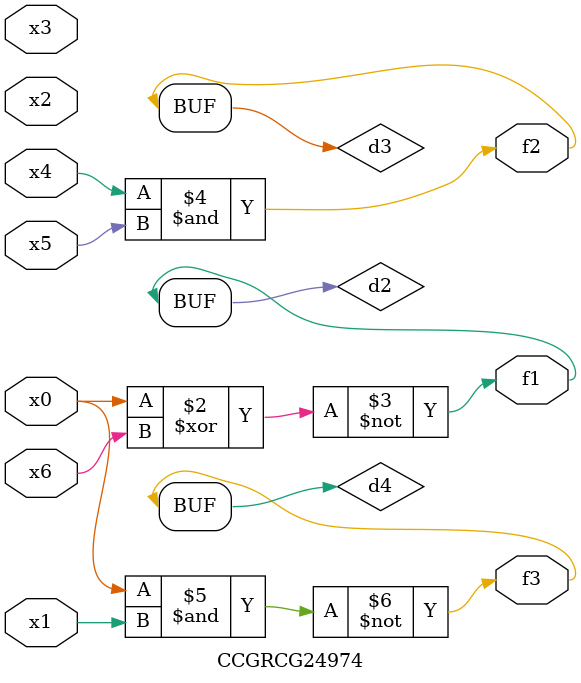
<source format=v>
module CCGRCG24974(
	input x0, x1, x2, x3, x4, x5, x6,
	output f1, f2, f3
);

	wire d1, d2, d3, d4;

	nor (d1, x0);
	xnor (d2, x0, x6);
	and (d3, x4, x5);
	nand (d4, x0, x1);
	assign f1 = d2;
	assign f2 = d3;
	assign f3 = d4;
endmodule

</source>
